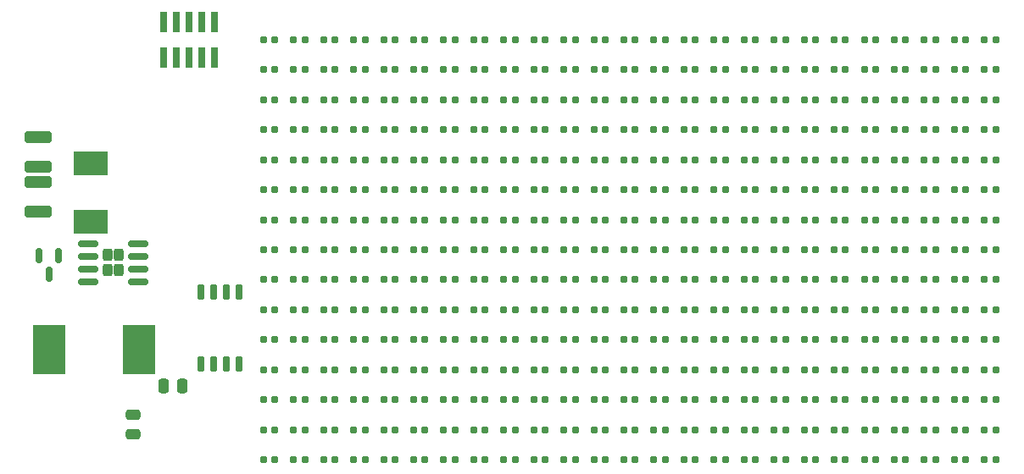
<source format=gbr>
%TF.GenerationSoftware,KiCad,Pcbnew,(5.99.0-12974-ge12f9a194d)*%
%TF.CreationDate,2021-11-26T19:34:27-08:00*%
%TF.ProjectId,LED_Addrs,4c45445f-4164-4647-9273-2e6b69636164,rev?*%
%TF.SameCoordinates,Original*%
%TF.FileFunction,Paste,Bot*%
%TF.FilePolarity,Positive*%
%FSLAX46Y46*%
G04 Gerber Fmt 4.6, Leading zero omitted, Abs format (unit mm)*
G04 Created by KiCad (PCBNEW (5.99.0-12974-ge12f9a194d)) date 2021-11-26 19:34:27*
%MOMM*%
%LPD*%
G01*
G04 APERTURE LIST*
G04 Aperture macros list*
%AMRoundRect*
0 Rectangle with rounded corners*
0 $1 Rounding radius*
0 $2 $3 $4 $5 $6 $7 $8 $9 X,Y pos of 4 corners*
0 Add a 4 corners polygon primitive as box body*
4,1,4,$2,$3,$4,$5,$6,$7,$8,$9,$2,$3,0*
0 Add four circle primitives for the rounded corners*
1,1,$1+$1,$2,$3*
1,1,$1+$1,$4,$5*
1,1,$1+$1,$6,$7*
1,1,$1+$1,$8,$9*
0 Add four rect primitives between the rounded corners*
20,1,$1+$1,$2,$3,$4,$5,0*
20,1,$1+$1,$4,$5,$6,$7,0*
20,1,$1+$1,$6,$7,$8,$9,0*
20,1,$1+$1,$8,$9,$2,$3,0*%
G04 Aperture macros list end*
%ADD10RoundRect,0.155000X0.212500X0.155000X-0.212500X0.155000X-0.212500X-0.155000X0.212500X-0.155000X0*%
%ADD11RoundRect,0.150000X-0.150000X0.587500X-0.150000X-0.587500X0.150000X-0.587500X0.150000X0.587500X0*%
%ADD12RoundRect,0.250000X1.100000X-0.325000X1.100000X0.325000X-1.100000X0.325000X-1.100000X-0.325000X0*%
%ADD13RoundRect,0.250000X-1.100000X0.325000X-1.100000X-0.325000X1.100000X-0.325000X1.100000X0.325000X0*%
%ADD14R,3.429000X2.413000*%
%ADD15RoundRect,0.250000X0.475000X-0.250000X0.475000X0.250000X-0.475000X0.250000X-0.475000X-0.250000X0*%
%ADD16RoundRect,0.240000X0.240000X0.385000X-0.240000X0.385000X-0.240000X-0.385000X0.240000X-0.385000X0*%
%ADD17RoundRect,0.150000X0.825000X0.150000X-0.825000X0.150000X-0.825000X-0.150000X0.825000X-0.150000X0*%
%ADD18R,0.750000X2.100000*%
%ADD19RoundRect,0.150000X-0.150000X0.650000X-0.150000X-0.650000X0.150000X-0.650000X0.150000X0.650000X0*%
%ADD20R,3.175000X4.950000*%
%ADD21RoundRect,0.250000X0.250000X0.475000X-0.250000X0.475000X-0.250000X-0.475000X0.250000X-0.475000X0*%
G04 APERTURE END LIST*
D10*
%TO.C,C33*%
X58567500Y-19000000D03*
X57432500Y-19000000D03*
%TD*%
%TO.C,C32*%
X55567500Y-19000000D03*
X54432500Y-19000000D03*
%TD*%
%TO.C,C312*%
X70567500Y-52000000D03*
X69432500Y-52000000D03*
%TD*%
%TO.C,C314*%
X76567500Y-52000000D03*
X75432500Y-52000000D03*
%TD*%
%TO.C,C82*%
X55567500Y-25000000D03*
X54432500Y-25000000D03*
%TD*%
%TO.C,C308*%
X58567500Y-52000000D03*
X57432500Y-52000000D03*
%TD*%
%TO.C,C109*%
X61567500Y-28000000D03*
X60432500Y-28000000D03*
%TD*%
%TO.C,C38*%
X73567500Y-19000000D03*
X72432500Y-19000000D03*
%TD*%
%TO.C,C256*%
X52567500Y-46000000D03*
X51432500Y-46000000D03*
%TD*%
%TO.C,C354*%
X46567500Y-58000000D03*
X45432500Y-58000000D03*
%TD*%
%TO.C,C322*%
X100567500Y-52000000D03*
X99432500Y-52000000D03*
%TD*%
%TO.C,C261*%
X67567500Y-46000000D03*
X66432500Y-46000000D03*
%TD*%
%TO.C,C162*%
X70567500Y-34000000D03*
X69432500Y-34000000D03*
%TD*%
%TO.C,C105*%
X49567500Y-28000000D03*
X48432500Y-28000000D03*
%TD*%
%TO.C,C176*%
X37567500Y-37000000D03*
X36432500Y-37000000D03*
%TD*%
%TO.C,C27*%
X40567500Y-19000000D03*
X39432500Y-19000000D03*
%TD*%
%TO.C,C51*%
X37567500Y-22000000D03*
X36432500Y-22000000D03*
%TD*%
%TO.C,C313*%
X73567500Y-52000000D03*
X72432500Y-52000000D03*
%TD*%
%TO.C,C235*%
X64567500Y-43000000D03*
X63432500Y-43000000D03*
%TD*%
%TO.C,C150*%
X109567500Y-31000000D03*
X108432500Y-31000000D03*
%TD*%
%TO.C,C274*%
X106567500Y-46000000D03*
X105432500Y-46000000D03*
%TD*%
%TO.C,C318*%
X88567500Y-52000000D03*
X87432500Y-52000000D03*
%TD*%
%TO.C,C132*%
X55567500Y-31000000D03*
X54432500Y-31000000D03*
%TD*%
%TO.C,C158*%
X58567500Y-34000000D03*
X57432500Y-34000000D03*
%TD*%
%TO.C,C77*%
X40567500Y-25000000D03*
X39432500Y-25000000D03*
%TD*%
%TO.C,C209*%
X61567500Y-40000000D03*
X60432500Y-40000000D03*
%TD*%
%TO.C,C304*%
X46567500Y-52000000D03*
X45432500Y-52000000D03*
%TD*%
%TO.C,C4*%
X46567500Y-16000000D03*
X45432500Y-16000000D03*
%TD*%
%TO.C,C46*%
X97567500Y-19000000D03*
X96432500Y-19000000D03*
%TD*%
%TO.C,C260*%
X64567500Y-46000000D03*
X63432500Y-46000000D03*
%TD*%
%TO.C,C231*%
X52567500Y-43000000D03*
X51432500Y-43000000D03*
%TD*%
%TO.C,C273*%
X103567500Y-46000000D03*
X102432500Y-46000000D03*
%TD*%
%TO.C,C206*%
X52567500Y-40000000D03*
X51432500Y-40000000D03*
%TD*%
%TO.C,C142*%
X85567500Y-31000000D03*
X84432500Y-31000000D03*
%TD*%
%TO.C,C123*%
X103567500Y-28000000D03*
X102432500Y-28000000D03*
%TD*%
%TO.C,C361*%
X67567500Y-58000000D03*
X66432500Y-58000000D03*
%TD*%
%TO.C,C349*%
X106567500Y-55000000D03*
X105432500Y-55000000D03*
%TD*%
%TO.C,C244*%
X91567500Y-43000000D03*
X90432500Y-43000000D03*
%TD*%
%TO.C,C351*%
X37567500Y-58000000D03*
X36432500Y-58000000D03*
%TD*%
%TO.C,C267*%
X85567500Y-46000000D03*
X84432500Y-46000000D03*
%TD*%
%TO.C,C341*%
X82567500Y-55000000D03*
X81432500Y-55000000D03*
%TD*%
%TO.C,C112*%
X70567500Y-28000000D03*
X69432500Y-28000000D03*
%TD*%
%TO.C,C355*%
X49567500Y-58000000D03*
X48432500Y-58000000D03*
%TD*%
%TO.C,C356*%
X52567500Y-58000000D03*
X51432500Y-58000000D03*
%TD*%
%TO.C,C43*%
X88567500Y-19000000D03*
X87432500Y-19000000D03*
%TD*%
%TO.C,C66*%
X82567500Y-22000000D03*
X81432500Y-22000000D03*
%TD*%
%TO.C,C288*%
X73567500Y-49000000D03*
X72432500Y-49000000D03*
%TD*%
%TO.C,C242*%
X85567500Y-43000000D03*
X84432500Y-43000000D03*
%TD*%
%TO.C,C113*%
X73567500Y-28000000D03*
X72432500Y-28000000D03*
%TD*%
%TO.C,C212*%
X70567500Y-40000000D03*
X69432500Y-40000000D03*
%TD*%
%TO.C,C16*%
X82567500Y-16000000D03*
X81432500Y-16000000D03*
%TD*%
%TO.C,C346*%
X97567500Y-55000000D03*
X96432500Y-55000000D03*
%TD*%
%TO.C,C172*%
X100567500Y-34000000D03*
X99432500Y-34000000D03*
%TD*%
%TO.C,C373*%
X103567500Y-58000000D03*
X102432500Y-58000000D03*
%TD*%
%TO.C,C337*%
X70567500Y-55000000D03*
X69432500Y-55000000D03*
%TD*%
%TO.C,C357*%
X55567500Y-58000000D03*
X54432500Y-58000000D03*
%TD*%
%TO.C,C52*%
X40567500Y-22000000D03*
X39432500Y-22000000D03*
%TD*%
%TO.C,C262*%
X70567500Y-46000000D03*
X69432500Y-46000000D03*
%TD*%
%TO.C,C173*%
X103567500Y-34000000D03*
X102432500Y-34000000D03*
%TD*%
%TO.C,C220*%
X94567500Y-40000000D03*
X93432500Y-40000000D03*
%TD*%
%TO.C,C136*%
X67567500Y-31000000D03*
X66432500Y-31000000D03*
%TD*%
D11*
%TO.C,Q2*%
X14050000Y-37562500D03*
X15950000Y-37562500D03*
X15000000Y-39437500D03*
%TD*%
D12*
%TO.C,C400*%
X13900000Y-33175000D03*
X13900000Y-30225000D03*
%TD*%
D10*
%TO.C,C40*%
X79567500Y-19000000D03*
X78432500Y-19000000D03*
%TD*%
%TO.C,C148*%
X103567500Y-31000000D03*
X102432500Y-31000000D03*
%TD*%
%TO.C,C54*%
X46567500Y-22000000D03*
X45432500Y-22000000D03*
%TD*%
%TO.C,C343*%
X88567500Y-55000000D03*
X87432500Y-55000000D03*
%TD*%
%TO.C,C297*%
X100567500Y-49000000D03*
X99432500Y-49000000D03*
%TD*%
%TO.C,C271*%
X97567500Y-46000000D03*
X96432500Y-46000000D03*
%TD*%
%TO.C,C281*%
X52567500Y-49000000D03*
X51432500Y-49000000D03*
%TD*%
%TO.C,C100*%
X109567500Y-25000000D03*
X108432500Y-25000000D03*
%TD*%
%TO.C,C348*%
X103567500Y-55000000D03*
X102432500Y-55000000D03*
%TD*%
%TO.C,C73*%
X103567500Y-22000000D03*
X102432500Y-22000000D03*
%TD*%
%TO.C,C189*%
X76567500Y-37000000D03*
X75432500Y-37000000D03*
%TD*%
%TO.C,C58*%
X58567500Y-22000000D03*
X57432500Y-22000000D03*
%TD*%
%TO.C,C339*%
X76567500Y-55000000D03*
X75432500Y-55000000D03*
%TD*%
%TO.C,C61*%
X67567500Y-22000000D03*
X66432500Y-22000000D03*
%TD*%
%TO.C,C3*%
X43567500Y-16000000D03*
X42432500Y-16000000D03*
%TD*%
%TO.C,C35*%
X64567500Y-19000000D03*
X63432500Y-19000000D03*
%TD*%
%TO.C,C350*%
X109567500Y-55000000D03*
X108432500Y-55000000D03*
%TD*%
%TO.C,C2*%
X40567500Y-16000000D03*
X39432500Y-16000000D03*
%TD*%
%TO.C,C143*%
X88567500Y-31000000D03*
X87432500Y-31000000D03*
%TD*%
%TO.C,C98*%
X103567500Y-25000000D03*
X102432500Y-25000000D03*
%TD*%
%TO.C,C146*%
X97567500Y-31000000D03*
X96432500Y-31000000D03*
%TD*%
%TO.C,C181*%
X52567500Y-37000000D03*
X51432500Y-37000000D03*
%TD*%
%TO.C,C275*%
X109567500Y-46000000D03*
X108432500Y-46000000D03*
%TD*%
%TO.C,C208*%
X58567500Y-40000000D03*
X57432500Y-40000000D03*
%TD*%
%TO.C,C266*%
X82567500Y-46000000D03*
X81432500Y-46000000D03*
%TD*%
%TO.C,C175*%
X109567500Y-34000000D03*
X108432500Y-34000000D03*
%TD*%
%TO.C,C195*%
X94567500Y-37000000D03*
X93432500Y-37000000D03*
%TD*%
%TO.C,C316*%
X82567500Y-52000000D03*
X81432500Y-52000000D03*
%TD*%
%TO.C,C12*%
X70567500Y-16000000D03*
X69432500Y-16000000D03*
%TD*%
%TO.C,C26*%
X37567500Y-19000000D03*
X36432500Y-19000000D03*
%TD*%
%TO.C,C31*%
X52567500Y-19000000D03*
X51432500Y-19000000D03*
%TD*%
%TO.C,C215*%
X79567500Y-40000000D03*
X78432500Y-40000000D03*
%TD*%
%TO.C,C34*%
X61567500Y-19000000D03*
X60432500Y-19000000D03*
%TD*%
%TO.C,C365*%
X79567500Y-58000000D03*
X78432500Y-58000000D03*
%TD*%
%TO.C,C305*%
X49567500Y-52000000D03*
X48432500Y-52000000D03*
%TD*%
%TO.C,C229*%
X46567500Y-43000000D03*
X45432500Y-43000000D03*
%TD*%
%TO.C,C366*%
X82567500Y-58000000D03*
X81432500Y-58000000D03*
%TD*%
%TO.C,C137*%
X70567500Y-31000000D03*
X69432500Y-31000000D03*
%TD*%
%TO.C,C94*%
X91567500Y-25000000D03*
X90432500Y-25000000D03*
%TD*%
%TO.C,C236*%
X67567500Y-43000000D03*
X66432500Y-43000000D03*
%TD*%
%TO.C,C319*%
X91567500Y-52000000D03*
X90432500Y-52000000D03*
%TD*%
%TO.C,C114*%
X76567500Y-28000000D03*
X75432500Y-28000000D03*
%TD*%
%TO.C,C194*%
X91567500Y-37000000D03*
X90432500Y-37000000D03*
%TD*%
%TO.C,C295*%
X94567500Y-49000000D03*
X93432500Y-49000000D03*
%TD*%
%TO.C,C126*%
X37567500Y-31000000D03*
X36432500Y-31000000D03*
%TD*%
%TO.C,C207*%
X55567500Y-40000000D03*
X54432500Y-40000000D03*
%TD*%
%TO.C,C317*%
X85567500Y-52000000D03*
X84432500Y-52000000D03*
%TD*%
%TO.C,C226*%
X37567500Y-43000000D03*
X36432500Y-43000000D03*
%TD*%
%TO.C,C165*%
X79567500Y-34000000D03*
X78432500Y-34000000D03*
%TD*%
%TO.C,C49*%
X106567500Y-19000000D03*
X105432500Y-19000000D03*
%TD*%
%TO.C,C42*%
X85567500Y-19000000D03*
X84432500Y-19000000D03*
%TD*%
%TO.C,C115*%
X79567500Y-28000000D03*
X78432500Y-28000000D03*
%TD*%
%TO.C,C128*%
X43567500Y-31000000D03*
X42432500Y-31000000D03*
%TD*%
%TO.C,C99*%
X106567500Y-25000000D03*
X105432500Y-25000000D03*
%TD*%
%TO.C,C291*%
X82567500Y-49000000D03*
X81432500Y-49000000D03*
%TD*%
%TO.C,C246*%
X97567500Y-43000000D03*
X96432500Y-43000000D03*
%TD*%
%TO.C,C311*%
X67567500Y-52000000D03*
X66432500Y-52000000D03*
%TD*%
%TO.C,C21*%
X97567500Y-16000000D03*
X96432500Y-16000000D03*
%TD*%
%TO.C,C270*%
X94567500Y-46000000D03*
X93432500Y-46000000D03*
%TD*%
%TO.C,C169*%
X91567500Y-34000000D03*
X90432500Y-34000000D03*
%TD*%
%TO.C,C306*%
X52567500Y-52000000D03*
X51432500Y-52000000D03*
%TD*%
%TO.C,C338*%
X73567500Y-55000000D03*
X72432500Y-55000000D03*
%TD*%
%TO.C,C76*%
X37567500Y-25000000D03*
X36432500Y-25000000D03*
%TD*%
%TO.C,C299*%
X106567500Y-49000000D03*
X105432500Y-49000000D03*
%TD*%
%TO.C,C138*%
X73567500Y-31000000D03*
X72432500Y-31000000D03*
%TD*%
%TO.C,C168*%
X88567500Y-34000000D03*
X87432500Y-34000000D03*
%TD*%
%TO.C,C210*%
X64567500Y-40000000D03*
X63432500Y-40000000D03*
%TD*%
%TO.C,C201*%
X37567500Y-40000000D03*
X36432500Y-40000000D03*
%TD*%
%TO.C,C180*%
X49567500Y-37000000D03*
X48432500Y-37000000D03*
%TD*%
%TO.C,C1*%
X37567500Y-16000000D03*
X36432500Y-16000000D03*
%TD*%
%TO.C,C309*%
X61567500Y-52000000D03*
X60432500Y-52000000D03*
%TD*%
%TO.C,C217*%
X85567500Y-40000000D03*
X84432500Y-40000000D03*
%TD*%
%TO.C,C106*%
X52567500Y-28000000D03*
X51432500Y-28000000D03*
%TD*%
%TO.C,C193*%
X88567500Y-37000000D03*
X87432500Y-37000000D03*
%TD*%
%TO.C,C221*%
X97567500Y-40000000D03*
X96432500Y-40000000D03*
%TD*%
%TO.C,C364*%
X76567500Y-58000000D03*
X75432500Y-58000000D03*
%TD*%
%TO.C,C368*%
X88567500Y-58000000D03*
X87432500Y-58000000D03*
%TD*%
%TO.C,C131*%
X52567500Y-31000000D03*
X51432500Y-31000000D03*
%TD*%
%TO.C,C240*%
X79567500Y-43000000D03*
X78432500Y-43000000D03*
%TD*%
D13*
%TO.C,C399*%
X13900000Y-25725000D03*
X13900000Y-28675000D03*
%TD*%
D10*
%TO.C,C154*%
X46567500Y-34000000D03*
X45432500Y-34000000D03*
%TD*%
%TO.C,C205*%
X49567500Y-40000000D03*
X48432500Y-40000000D03*
%TD*%
%TO.C,C84*%
X61567500Y-25000000D03*
X60432500Y-25000000D03*
%TD*%
%TO.C,C230*%
X49567500Y-43000000D03*
X48432500Y-43000000D03*
%TD*%
%TO.C,C360*%
X64567500Y-58000000D03*
X63432500Y-58000000D03*
%TD*%
%TO.C,C179*%
X46567500Y-37000000D03*
X45432500Y-37000000D03*
%TD*%
%TO.C,C39*%
X76567500Y-19000000D03*
X75432500Y-19000000D03*
%TD*%
%TO.C,C80*%
X49567500Y-25000000D03*
X48432500Y-25000000D03*
%TD*%
%TO.C,C332*%
X55567500Y-55000000D03*
X54432500Y-55000000D03*
%TD*%
%TO.C,C370*%
X94567500Y-58000000D03*
X93432500Y-58000000D03*
%TD*%
%TO.C,C68*%
X88567500Y-22000000D03*
X87432500Y-22000000D03*
%TD*%
%TO.C,C334*%
X61567500Y-55000000D03*
X60432500Y-55000000D03*
%TD*%
%TO.C,C90*%
X79567500Y-25000000D03*
X78432500Y-25000000D03*
%TD*%
%TO.C,C285*%
X64567500Y-49000000D03*
X63432500Y-49000000D03*
%TD*%
%TO.C,C324*%
X106567500Y-52000000D03*
X105432500Y-52000000D03*
%TD*%
%TO.C,C255*%
X49567500Y-46000000D03*
X48432500Y-46000000D03*
%TD*%
%TO.C,C294*%
X91567500Y-49000000D03*
X90432500Y-49000000D03*
%TD*%
%TO.C,C37*%
X70567500Y-19000000D03*
X69432500Y-19000000D03*
%TD*%
%TO.C,C86*%
X67567500Y-25000000D03*
X66432500Y-25000000D03*
%TD*%
%TO.C,C280*%
X49567500Y-49000000D03*
X48432500Y-49000000D03*
%TD*%
%TO.C,C11*%
X67567500Y-16000000D03*
X66432500Y-16000000D03*
%TD*%
%TO.C,C92*%
X85567500Y-25000000D03*
X84432500Y-25000000D03*
%TD*%
%TO.C,C374*%
X106567500Y-58000000D03*
X105432500Y-58000000D03*
%TD*%
%TO.C,C185*%
X64567500Y-37000000D03*
X63432500Y-37000000D03*
%TD*%
%TO.C,C258*%
X58567500Y-46000000D03*
X57432500Y-46000000D03*
%TD*%
%TO.C,C225*%
X109567500Y-40000000D03*
X108432500Y-40000000D03*
%TD*%
%TO.C,C248*%
X103567500Y-43000000D03*
X102432500Y-43000000D03*
%TD*%
%TO.C,C170*%
X94567500Y-34000000D03*
X93432500Y-34000000D03*
%TD*%
%TO.C,C20*%
X94567500Y-16000000D03*
X93432500Y-16000000D03*
%TD*%
%TO.C,C269*%
X91567500Y-46000000D03*
X90432500Y-46000000D03*
%TD*%
%TO.C,C177*%
X40567500Y-37000000D03*
X39432500Y-37000000D03*
%TD*%
%TO.C,C249*%
X106567500Y-43000000D03*
X105432500Y-43000000D03*
%TD*%
%TO.C,C87*%
X70567500Y-25000000D03*
X69432500Y-25000000D03*
%TD*%
%TO.C,C284*%
X61567500Y-49000000D03*
X60432500Y-49000000D03*
%TD*%
%TO.C,C83*%
X58567500Y-25000000D03*
X57432500Y-25000000D03*
%TD*%
%TO.C,C129*%
X46567500Y-31000000D03*
X45432500Y-31000000D03*
%TD*%
%TO.C,C289*%
X76567500Y-49000000D03*
X75432500Y-49000000D03*
%TD*%
D14*
%TO.C,L1*%
X19200000Y-34221000D03*
X19200000Y-28379000D03*
%TD*%
D10*
%TO.C,C300*%
X109567500Y-49000000D03*
X108432500Y-49000000D03*
%TD*%
%TO.C,C330*%
X49567500Y-55000000D03*
X48432500Y-55000000D03*
%TD*%
%TO.C,C293*%
X88567500Y-49000000D03*
X87432500Y-49000000D03*
%TD*%
%TO.C,C96*%
X97567500Y-25000000D03*
X96432500Y-25000000D03*
%TD*%
%TO.C,C239*%
X76567500Y-43000000D03*
X75432500Y-43000000D03*
%TD*%
%TO.C,C224*%
X106567500Y-40000000D03*
X105432500Y-40000000D03*
%TD*%
D15*
%TO.C,C402*%
X23400000Y-55450000D03*
X23400000Y-53550000D03*
%TD*%
D10*
%TO.C,C9*%
X61567500Y-16000000D03*
X60432500Y-16000000D03*
%TD*%
%TO.C,C197*%
X100567500Y-37000000D03*
X99432500Y-37000000D03*
%TD*%
%TO.C,C328*%
X43567500Y-55000000D03*
X42432500Y-55000000D03*
%TD*%
%TO.C,C110*%
X64567500Y-28000000D03*
X63432500Y-28000000D03*
%TD*%
%TO.C,C144*%
X91567500Y-31000000D03*
X90432500Y-31000000D03*
%TD*%
%TO.C,C95*%
X94567500Y-25000000D03*
X93432500Y-25000000D03*
%TD*%
%TO.C,C301*%
X37567500Y-52000000D03*
X36432500Y-52000000D03*
%TD*%
%TO.C,C141*%
X82567500Y-31000000D03*
X81432500Y-31000000D03*
%TD*%
%TO.C,C196*%
X97567500Y-37000000D03*
X96432500Y-37000000D03*
%TD*%
%TO.C,C60*%
X64567500Y-22000000D03*
X63432500Y-22000000D03*
%TD*%
%TO.C,C227*%
X40567500Y-43000000D03*
X39432500Y-43000000D03*
%TD*%
%TO.C,C296*%
X97567500Y-49000000D03*
X96432500Y-49000000D03*
%TD*%
%TO.C,C243*%
X88567500Y-43000000D03*
X87432500Y-43000000D03*
%TD*%
%TO.C,C153*%
X43567500Y-34000000D03*
X42432500Y-34000000D03*
%TD*%
%TO.C,C335*%
X64567500Y-55000000D03*
X63432500Y-55000000D03*
%TD*%
%TO.C,C268*%
X88567500Y-46000000D03*
X87432500Y-46000000D03*
%TD*%
%TO.C,C67*%
X85567500Y-22000000D03*
X84432500Y-22000000D03*
%TD*%
%TO.C,C187*%
X70567500Y-37000000D03*
X69432500Y-37000000D03*
%TD*%
%TO.C,C65*%
X79567500Y-22000000D03*
X78432500Y-22000000D03*
%TD*%
D16*
%TO.C,U5*%
X21970000Y-39050000D03*
X21970000Y-37550000D03*
X20830000Y-37550000D03*
X20830000Y-39050000D03*
D17*
X23875000Y-36395000D03*
X23875000Y-37665000D03*
X23875000Y-38935000D03*
X23875000Y-40205000D03*
X18925000Y-40205000D03*
X18925000Y-38935000D03*
X18925000Y-37665000D03*
X18925000Y-36395000D03*
%TD*%
D10*
%TO.C,C340*%
X79567500Y-55000000D03*
X78432500Y-55000000D03*
%TD*%
%TO.C,C93*%
X88567500Y-25000000D03*
X87432500Y-25000000D03*
%TD*%
%TO.C,C199*%
X106567500Y-37000000D03*
X105432500Y-37000000D03*
%TD*%
%TO.C,C252*%
X40567500Y-46000000D03*
X39432500Y-46000000D03*
%TD*%
%TO.C,C125*%
X109567500Y-28000000D03*
X108432500Y-28000000D03*
%TD*%
%TO.C,C163*%
X73567500Y-34000000D03*
X72432500Y-34000000D03*
%TD*%
%TO.C,C241*%
X82567500Y-43000000D03*
X81432500Y-43000000D03*
%TD*%
%TO.C,C315*%
X79567500Y-52000000D03*
X78432500Y-52000000D03*
%TD*%
%TO.C,C8*%
X58567500Y-16000000D03*
X57432500Y-16000000D03*
%TD*%
%TO.C,C247*%
X100567500Y-43000000D03*
X99432500Y-43000000D03*
%TD*%
%TO.C,C171*%
X97567500Y-34000000D03*
X96432500Y-34000000D03*
%TD*%
%TO.C,C97*%
X100567500Y-25000000D03*
X99432500Y-25000000D03*
%TD*%
%TO.C,C57*%
X55567500Y-22000000D03*
X54432500Y-22000000D03*
%TD*%
%TO.C,C219*%
X91567500Y-40000000D03*
X90432500Y-40000000D03*
%TD*%
%TO.C,C10*%
X64567500Y-16000000D03*
X63432500Y-16000000D03*
%TD*%
%TO.C,C192*%
X85567500Y-37000000D03*
X84432500Y-37000000D03*
%TD*%
%TO.C,C237*%
X70567500Y-43000000D03*
X69432500Y-43000000D03*
%TD*%
%TO.C,C120*%
X94567500Y-28000000D03*
X93432500Y-28000000D03*
%TD*%
%TO.C,C22*%
X100567500Y-16000000D03*
X99432500Y-16000000D03*
%TD*%
%TO.C,C147*%
X100567500Y-31000000D03*
X99432500Y-31000000D03*
%TD*%
%TO.C,C160*%
X64567500Y-34000000D03*
X63432500Y-34000000D03*
%TD*%
%TO.C,C362*%
X70567500Y-58000000D03*
X69432500Y-58000000D03*
%TD*%
%TO.C,C303*%
X43567500Y-52000000D03*
X42432500Y-52000000D03*
%TD*%
%TO.C,C336*%
X67567500Y-55000000D03*
X66432500Y-55000000D03*
%TD*%
%TO.C,C329*%
X46567500Y-55000000D03*
X45432500Y-55000000D03*
%TD*%
%TO.C,C191*%
X82567500Y-37000000D03*
X81432500Y-37000000D03*
%TD*%
%TO.C,C104*%
X46567500Y-28000000D03*
X45432500Y-28000000D03*
%TD*%
%TO.C,C228*%
X43567500Y-43000000D03*
X42432500Y-43000000D03*
%TD*%
%TO.C,C184*%
X61567500Y-37000000D03*
X60432500Y-37000000D03*
%TD*%
%TO.C,C69*%
X91567500Y-22000000D03*
X90432500Y-22000000D03*
%TD*%
%TO.C,C372*%
X100567500Y-58000000D03*
X99432500Y-58000000D03*
%TD*%
%TO.C,C85*%
X64567500Y-25000000D03*
X63432500Y-25000000D03*
%TD*%
%TO.C,C70*%
X94567500Y-22000000D03*
X93432500Y-22000000D03*
%TD*%
%TO.C,C74*%
X106567500Y-22000000D03*
X105432500Y-22000000D03*
%TD*%
%TO.C,C278*%
X43567500Y-49000000D03*
X42432500Y-49000000D03*
%TD*%
%TO.C,C50*%
X109567500Y-19000000D03*
X108432500Y-19000000D03*
%TD*%
%TO.C,C78*%
X43567500Y-25000000D03*
X42432500Y-25000000D03*
%TD*%
%TO.C,C164*%
X76567500Y-34000000D03*
X75432500Y-34000000D03*
%TD*%
%TO.C,C108*%
X58567500Y-28000000D03*
X57432500Y-28000000D03*
%TD*%
%TO.C,C375*%
X109567500Y-58000000D03*
X108432500Y-58000000D03*
%TD*%
%TO.C,C151*%
X37567500Y-34000000D03*
X36432500Y-34000000D03*
%TD*%
%TO.C,C325*%
X109567500Y-52000000D03*
X108432500Y-52000000D03*
%TD*%
%TO.C,C64*%
X76567500Y-22000000D03*
X75432500Y-22000000D03*
%TD*%
%TO.C,C88*%
X73567500Y-25000000D03*
X72432500Y-25000000D03*
%TD*%
%TO.C,C121*%
X97567500Y-28000000D03*
X96432500Y-28000000D03*
%TD*%
%TO.C,C19*%
X91567500Y-16000000D03*
X90432500Y-16000000D03*
%TD*%
%TO.C,C63*%
X73567500Y-22000000D03*
X72432500Y-22000000D03*
%TD*%
%TO.C,C222*%
X100567500Y-40000000D03*
X99432500Y-40000000D03*
%TD*%
%TO.C,C178*%
X43567500Y-37000000D03*
X42432500Y-37000000D03*
%TD*%
%TO.C,C345*%
X94567500Y-55000000D03*
X93432500Y-55000000D03*
%TD*%
%TO.C,C251*%
X37567500Y-46000000D03*
X36432500Y-46000000D03*
%TD*%
%TO.C,C30*%
X49567500Y-19000000D03*
X48432500Y-19000000D03*
%TD*%
%TO.C,C282*%
X55567500Y-49000000D03*
X54432500Y-49000000D03*
%TD*%
%TO.C,C71*%
X97567500Y-22000000D03*
X96432500Y-22000000D03*
%TD*%
%TO.C,C133*%
X58567500Y-31000000D03*
X57432500Y-31000000D03*
%TD*%
%TO.C,C182*%
X55567500Y-37000000D03*
X54432500Y-37000000D03*
%TD*%
%TO.C,C292*%
X85567500Y-49000000D03*
X84432500Y-49000000D03*
%TD*%
%TO.C,C320*%
X94567500Y-52000000D03*
X93432500Y-52000000D03*
%TD*%
%TO.C,C102*%
X40567500Y-28000000D03*
X39432500Y-28000000D03*
%TD*%
%TO.C,C139*%
X76567500Y-31000000D03*
X75432500Y-31000000D03*
%TD*%
%TO.C,C174*%
X106567500Y-34000000D03*
X105432500Y-34000000D03*
%TD*%
%TO.C,C36*%
X67567500Y-19000000D03*
X66432500Y-19000000D03*
%TD*%
%TO.C,C259*%
X61567500Y-46000000D03*
X60432500Y-46000000D03*
%TD*%
%TO.C,C214*%
X76567500Y-40000000D03*
X75432500Y-40000000D03*
%TD*%
%TO.C,C204*%
X46567500Y-40000000D03*
X45432500Y-40000000D03*
%TD*%
%TO.C,C326*%
X37567500Y-55000000D03*
X36432500Y-55000000D03*
%TD*%
%TO.C,C53*%
X43567500Y-22000000D03*
X42432500Y-22000000D03*
%TD*%
%TO.C,C166*%
X82567500Y-34000000D03*
X81432500Y-34000000D03*
%TD*%
%TO.C,C29*%
X46567500Y-19000000D03*
X45432500Y-19000000D03*
%TD*%
%TO.C,C359*%
X61567500Y-58000000D03*
X60432500Y-58000000D03*
%TD*%
%TO.C,C101*%
X37567500Y-28000000D03*
X36432500Y-28000000D03*
%TD*%
%TO.C,C272*%
X100567500Y-46000000D03*
X99432500Y-46000000D03*
%TD*%
%TO.C,C250*%
X109567500Y-43000000D03*
X108432500Y-43000000D03*
%TD*%
%TO.C,C310*%
X64567500Y-52000000D03*
X63432500Y-52000000D03*
%TD*%
%TO.C,C253*%
X43567500Y-46000000D03*
X42432500Y-46000000D03*
%TD*%
%TO.C,C79*%
X46567500Y-25000000D03*
X45432500Y-25000000D03*
%TD*%
%TO.C,C155*%
X49567500Y-34000000D03*
X48432500Y-34000000D03*
%TD*%
%TO.C,C353*%
X43567500Y-58000000D03*
X42432500Y-58000000D03*
%TD*%
%TO.C,C6*%
X52567500Y-16000000D03*
X51432500Y-16000000D03*
%TD*%
%TO.C,C287*%
X70567500Y-49000000D03*
X69432500Y-49000000D03*
%TD*%
%TO.C,C135*%
X64567500Y-31000000D03*
X63432500Y-31000000D03*
%TD*%
%TO.C,C202*%
X40567500Y-40000000D03*
X39432500Y-40000000D03*
%TD*%
%TO.C,C161*%
X67567500Y-34000000D03*
X66432500Y-34000000D03*
%TD*%
D18*
%TO.C,J1*%
X31540000Y-14200000D03*
X31540000Y-17800000D03*
X30270000Y-14200000D03*
X30270000Y-17800000D03*
X29000000Y-14200000D03*
X29000000Y-17800000D03*
X27730000Y-14200000D03*
X27730000Y-17800000D03*
X26460000Y-14200000D03*
X26460000Y-17800000D03*
%TD*%
D10*
%TO.C,C198*%
X103567500Y-37000000D03*
X102432500Y-37000000D03*
%TD*%
%TO.C,C44*%
X91567500Y-19000000D03*
X90432500Y-19000000D03*
%TD*%
D19*
%TO.C,U4*%
X30195000Y-41200000D03*
X31465000Y-41200000D03*
X32735000Y-41200000D03*
X34005000Y-41200000D03*
X34005000Y-48400000D03*
X32735000Y-48400000D03*
X31465000Y-48400000D03*
X30195000Y-48400000D03*
%TD*%
D20*
%TO.C,L2*%
X14992500Y-47000000D03*
X24007500Y-47000000D03*
%TD*%
D10*
%TO.C,C327*%
X40567500Y-55000000D03*
X39432500Y-55000000D03*
%TD*%
%TO.C,C352*%
X40567500Y-58000000D03*
X39432500Y-58000000D03*
%TD*%
%TO.C,C233*%
X58567500Y-43000000D03*
X57432500Y-43000000D03*
%TD*%
%TO.C,C24*%
X106567500Y-16000000D03*
X105432500Y-16000000D03*
%TD*%
%TO.C,C213*%
X73567500Y-40000000D03*
X72432500Y-40000000D03*
%TD*%
%TO.C,C122*%
X100567500Y-28000000D03*
X99432500Y-28000000D03*
%TD*%
D21*
%TO.C,C403*%
X28350000Y-50600000D03*
X26450000Y-50600000D03*
%TD*%
D10*
%TO.C,C203*%
X43567500Y-40000000D03*
X42432500Y-40000000D03*
%TD*%
%TO.C,C190*%
X79567500Y-37000000D03*
X78432500Y-37000000D03*
%TD*%
%TO.C,C369*%
X91567500Y-58000000D03*
X90432500Y-58000000D03*
%TD*%
%TO.C,C342*%
X85567500Y-55000000D03*
X84432500Y-55000000D03*
%TD*%
%TO.C,C263*%
X73567500Y-46000000D03*
X72432500Y-46000000D03*
%TD*%
%TO.C,C152*%
X40567500Y-34000000D03*
X39432500Y-34000000D03*
%TD*%
%TO.C,C56*%
X52567500Y-22000000D03*
X51432500Y-22000000D03*
%TD*%
%TO.C,C216*%
X82567500Y-40000000D03*
X81432500Y-40000000D03*
%TD*%
%TO.C,C186*%
X67567500Y-37000000D03*
X66432500Y-37000000D03*
%TD*%
%TO.C,C157*%
X55567500Y-34000000D03*
X54432500Y-34000000D03*
%TD*%
%TO.C,C290*%
X79567500Y-49000000D03*
X78432500Y-49000000D03*
%TD*%
%TO.C,C286*%
X67567500Y-49000000D03*
X66432500Y-49000000D03*
%TD*%
%TO.C,C367*%
X85567500Y-58000000D03*
X84432500Y-58000000D03*
%TD*%
%TO.C,C81*%
X52567500Y-25000000D03*
X51432500Y-25000000D03*
%TD*%
%TO.C,C254*%
X46567500Y-46000000D03*
X45432500Y-46000000D03*
%TD*%
%TO.C,C25*%
X109567500Y-16000000D03*
X108432500Y-16000000D03*
%TD*%
%TO.C,C283*%
X58567500Y-49000000D03*
X57432500Y-49000000D03*
%TD*%
%TO.C,C307*%
X55567500Y-52000000D03*
X54432500Y-52000000D03*
%TD*%
%TO.C,C333*%
X58567500Y-55000000D03*
X57432500Y-55000000D03*
%TD*%
%TO.C,C200*%
X109567500Y-37000000D03*
X108432500Y-37000000D03*
%TD*%
%TO.C,C117*%
X85567500Y-28000000D03*
X84432500Y-28000000D03*
%TD*%
%TO.C,C149*%
X106567500Y-31000000D03*
X105432500Y-31000000D03*
%TD*%
%TO.C,C363*%
X73567500Y-58000000D03*
X72432500Y-58000000D03*
%TD*%
%TO.C,C183*%
X58567500Y-37000000D03*
X57432500Y-37000000D03*
%TD*%
%TO.C,C358*%
X58567500Y-58000000D03*
X57432500Y-58000000D03*
%TD*%
%TO.C,C89*%
X76567500Y-25000000D03*
X75432500Y-25000000D03*
%TD*%
%TO.C,C14*%
X76567500Y-16000000D03*
X75432500Y-16000000D03*
%TD*%
%TO.C,C118*%
X88567500Y-28000000D03*
X87432500Y-28000000D03*
%TD*%
%TO.C,C103*%
X43567500Y-28000000D03*
X42432500Y-28000000D03*
%TD*%
%TO.C,C264*%
X76567500Y-46000000D03*
X75432500Y-46000000D03*
%TD*%
%TO.C,C245*%
X94567500Y-43000000D03*
X93432500Y-43000000D03*
%TD*%
%TO.C,C119*%
X91567500Y-28000000D03*
X90432500Y-28000000D03*
%TD*%
%TO.C,C347*%
X100567500Y-55000000D03*
X99432500Y-55000000D03*
%TD*%
%TO.C,C321*%
X97567500Y-52000000D03*
X96432500Y-52000000D03*
%TD*%
%TO.C,C234*%
X61567500Y-43000000D03*
X60432500Y-43000000D03*
%TD*%
%TO.C,C323*%
X103567500Y-52000000D03*
X102432500Y-52000000D03*
%TD*%
%TO.C,C159*%
X61567500Y-34000000D03*
X60432500Y-34000000D03*
%TD*%
%TO.C,C156*%
X52567500Y-34000000D03*
X51432500Y-34000000D03*
%TD*%
%TO.C,C238*%
X73567500Y-43000000D03*
X72432500Y-43000000D03*
%TD*%
%TO.C,C188*%
X73567500Y-37000000D03*
X72432500Y-37000000D03*
%TD*%
%TO.C,C145*%
X94567500Y-31000000D03*
X93432500Y-31000000D03*
%TD*%
%TO.C,C47*%
X100567500Y-19000000D03*
X99432500Y-19000000D03*
%TD*%
%TO.C,C223*%
X103567500Y-40000000D03*
X102432500Y-40000000D03*
%TD*%
%TO.C,C111*%
X67567500Y-28000000D03*
X66432500Y-28000000D03*
%TD*%
%TO.C,C13*%
X73567500Y-16000000D03*
X72432500Y-16000000D03*
%TD*%
%TO.C,C7*%
X55567500Y-16000000D03*
X54432500Y-16000000D03*
%TD*%
%TO.C,C18*%
X88567500Y-16000000D03*
X87432500Y-16000000D03*
%TD*%
%TO.C,C41*%
X82567500Y-19000000D03*
X81432500Y-19000000D03*
%TD*%
%TO.C,C298*%
X103567500Y-49000000D03*
X102432500Y-49000000D03*
%TD*%
%TO.C,C124*%
X106567500Y-28000000D03*
X105432500Y-28000000D03*
%TD*%
%TO.C,C23*%
X103567500Y-16000000D03*
X102432500Y-16000000D03*
%TD*%
%TO.C,C5*%
X49567500Y-16000000D03*
X48432500Y-16000000D03*
%TD*%
%TO.C,C107*%
X55567500Y-28000000D03*
X54432500Y-28000000D03*
%TD*%
%TO.C,C59*%
X61567500Y-22000000D03*
X60432500Y-22000000D03*
%TD*%
%TO.C,C45*%
X94567500Y-19000000D03*
X93432500Y-19000000D03*
%TD*%
%TO.C,C211*%
X67567500Y-40000000D03*
X66432500Y-40000000D03*
%TD*%
%TO.C,C28*%
X43567500Y-19000000D03*
X42432500Y-19000000D03*
%TD*%
%TO.C,C127*%
X40567500Y-31000000D03*
X39432500Y-31000000D03*
%TD*%
%TO.C,C277*%
X40567500Y-49000000D03*
X39432500Y-49000000D03*
%TD*%
%TO.C,C91*%
X82567500Y-25000000D03*
X81432500Y-25000000D03*
%TD*%
%TO.C,C371*%
X97567500Y-58000000D03*
X96432500Y-58000000D03*
%TD*%
%TO.C,C72*%
X100567500Y-22000000D03*
X99432500Y-22000000D03*
%TD*%
%TO.C,C257*%
X55567500Y-46000000D03*
X54432500Y-46000000D03*
%TD*%
%TO.C,C15*%
X79567500Y-16000000D03*
X78432500Y-16000000D03*
%TD*%
%TO.C,C116*%
X82567500Y-28000000D03*
X81432500Y-28000000D03*
%TD*%
%TO.C,C344*%
X91567500Y-55000000D03*
X90432500Y-55000000D03*
%TD*%
%TO.C,C75*%
X109567500Y-22000000D03*
X108432500Y-22000000D03*
%TD*%
%TO.C,C62*%
X70567500Y-22000000D03*
X69432500Y-22000000D03*
%TD*%
%TO.C,C232*%
X55567500Y-43000000D03*
X54432500Y-43000000D03*
%TD*%
%TO.C,C167*%
X85567500Y-34000000D03*
X84432500Y-34000000D03*
%TD*%
%TO.C,C134*%
X61567500Y-31000000D03*
X60432500Y-31000000D03*
%TD*%
%TO.C,C302*%
X40567500Y-52000000D03*
X39432500Y-52000000D03*
%TD*%
%TO.C,C265*%
X79567500Y-46000000D03*
X78432500Y-46000000D03*
%TD*%
%TO.C,C276*%
X37567500Y-49000000D03*
X36432500Y-49000000D03*
%TD*%
%TO.C,C55*%
X49567500Y-22000000D03*
X48432500Y-22000000D03*
%TD*%
%TO.C,C331*%
X52567500Y-55000000D03*
X51432500Y-55000000D03*
%TD*%
%TO.C,C17*%
X85567500Y-16000000D03*
X84432500Y-16000000D03*
%TD*%
%TO.C,C48*%
X103567500Y-19000000D03*
X102432500Y-19000000D03*
%TD*%
%TO.C,C218*%
X88567500Y-40000000D03*
X87432500Y-40000000D03*
%TD*%
%TO.C,C279*%
X46567500Y-49000000D03*
X45432500Y-49000000D03*
%TD*%
%TO.C,C140*%
X79567500Y-31000000D03*
X78432500Y-31000000D03*
%TD*%
%TO.C,C130*%
X49567500Y-31000000D03*
X48432500Y-31000000D03*
%TD*%
M02*

</source>
